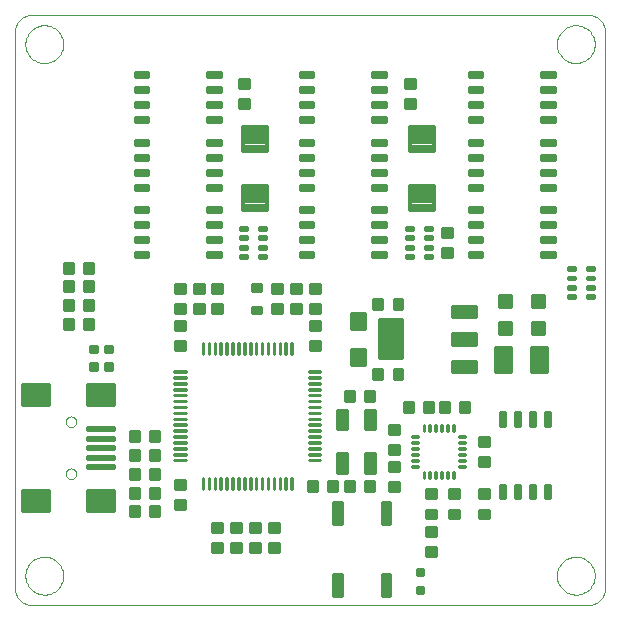
<source format=gtp>
G75*
%MOIN*%
%OFA0B0*%
%FSLAX24Y24*%
%IPPOS*%
%LPD*%
%AMOC8*
5,1,8,0,0,1.08239X$1,22.5*
%
%ADD10C,0.0000*%
%ADD11C,0.0101*%
%ADD12C,0.0098*%
%ADD13C,0.0099*%
%ADD14C,0.0142*%
%ADD15C,0.0100*%
%ADD16C,0.0118*%
%ADD17C,0.0101*%
%ADD18C,0.0130*%
%ADD19C,0.0100*%
%ADD20C,0.0099*%
%ADD21C,0.0100*%
D10*
X000588Y000721D02*
X000588Y019224D01*
X000587Y019224D02*
X000589Y019270D01*
X000594Y019316D01*
X000603Y019362D01*
X000616Y019407D01*
X000632Y019450D01*
X000651Y019492D01*
X000674Y019533D01*
X000700Y019571D01*
X000729Y019608D01*
X000760Y019642D01*
X000794Y019673D01*
X000831Y019702D01*
X000869Y019728D01*
X000910Y019751D01*
X000952Y019770D01*
X000995Y019786D01*
X001040Y019799D01*
X001086Y019808D01*
X001132Y019813D01*
X001178Y019815D01*
X019682Y019815D01*
X019728Y019813D01*
X019774Y019808D01*
X019820Y019799D01*
X019865Y019786D01*
X019908Y019770D01*
X019950Y019751D01*
X019991Y019728D01*
X020029Y019702D01*
X020066Y019673D01*
X020100Y019642D01*
X020131Y019608D01*
X020160Y019571D01*
X020186Y019533D01*
X020209Y019492D01*
X020228Y019450D01*
X020244Y019407D01*
X020257Y019362D01*
X020266Y019316D01*
X020271Y019270D01*
X020273Y019224D01*
X020273Y000721D01*
X020271Y000675D01*
X020266Y000629D01*
X020257Y000583D01*
X020244Y000538D01*
X020228Y000495D01*
X020209Y000453D01*
X020186Y000412D01*
X020160Y000374D01*
X020131Y000337D01*
X020100Y000303D01*
X020066Y000272D01*
X020029Y000243D01*
X019991Y000217D01*
X019950Y000194D01*
X019908Y000175D01*
X019865Y000159D01*
X019820Y000146D01*
X019774Y000137D01*
X019728Y000132D01*
X019682Y000130D01*
X001178Y000130D01*
X001132Y000132D01*
X001086Y000137D01*
X001040Y000146D01*
X000995Y000159D01*
X000952Y000175D01*
X000910Y000194D01*
X000869Y000217D01*
X000831Y000243D01*
X000794Y000272D01*
X000760Y000303D01*
X000729Y000337D01*
X000700Y000374D01*
X000674Y000412D01*
X000651Y000453D01*
X000632Y000495D01*
X000616Y000538D01*
X000603Y000583D01*
X000594Y000629D01*
X000589Y000675D01*
X000587Y000721D01*
X000942Y001114D02*
X000944Y001164D01*
X000950Y001214D01*
X000960Y001263D01*
X000974Y001311D01*
X000991Y001358D01*
X001012Y001403D01*
X001037Y001447D01*
X001065Y001488D01*
X001097Y001527D01*
X001131Y001564D01*
X001168Y001598D01*
X001208Y001628D01*
X001250Y001655D01*
X001294Y001679D01*
X001340Y001700D01*
X001387Y001716D01*
X001435Y001729D01*
X001485Y001738D01*
X001534Y001743D01*
X001585Y001744D01*
X001635Y001741D01*
X001684Y001734D01*
X001733Y001723D01*
X001781Y001708D01*
X001827Y001690D01*
X001872Y001668D01*
X001915Y001642D01*
X001956Y001613D01*
X001995Y001581D01*
X002031Y001546D01*
X002063Y001508D01*
X002093Y001468D01*
X002120Y001425D01*
X002143Y001381D01*
X002162Y001335D01*
X002178Y001287D01*
X002190Y001238D01*
X002198Y001189D01*
X002202Y001139D01*
X002202Y001089D01*
X002198Y001039D01*
X002190Y000990D01*
X002178Y000941D01*
X002162Y000893D01*
X002143Y000847D01*
X002120Y000803D01*
X002093Y000760D01*
X002063Y000720D01*
X002031Y000682D01*
X001995Y000647D01*
X001956Y000615D01*
X001915Y000586D01*
X001872Y000560D01*
X001827Y000538D01*
X001781Y000520D01*
X001733Y000505D01*
X001684Y000494D01*
X001635Y000487D01*
X001585Y000484D01*
X001534Y000485D01*
X001485Y000490D01*
X001435Y000499D01*
X001387Y000512D01*
X001340Y000528D01*
X001294Y000549D01*
X001250Y000573D01*
X001208Y000600D01*
X001168Y000630D01*
X001131Y000664D01*
X001097Y000701D01*
X001065Y000740D01*
X001037Y000781D01*
X001012Y000825D01*
X000991Y000870D01*
X000974Y000917D01*
X000960Y000965D01*
X000950Y001014D01*
X000944Y001064D01*
X000942Y001114D01*
X002286Y004514D02*
X002288Y004540D01*
X002294Y004566D01*
X002304Y004591D01*
X002317Y004614D01*
X002333Y004634D01*
X002353Y004652D01*
X002375Y004667D01*
X002398Y004679D01*
X002424Y004687D01*
X002450Y004691D01*
X002476Y004691D01*
X002502Y004687D01*
X002528Y004679D01*
X002552Y004667D01*
X002573Y004652D01*
X002593Y004634D01*
X002609Y004614D01*
X002622Y004591D01*
X002632Y004566D01*
X002638Y004540D01*
X002640Y004514D01*
X002638Y004488D01*
X002632Y004462D01*
X002622Y004437D01*
X002609Y004414D01*
X002593Y004394D01*
X002573Y004376D01*
X002551Y004361D01*
X002528Y004349D01*
X002502Y004341D01*
X002476Y004337D01*
X002450Y004337D01*
X002424Y004341D01*
X002398Y004349D01*
X002374Y004361D01*
X002353Y004376D01*
X002333Y004394D01*
X002317Y004414D01*
X002304Y004437D01*
X002294Y004462D01*
X002288Y004488D01*
X002286Y004514D01*
X002286Y006246D02*
X002288Y006272D01*
X002294Y006298D01*
X002304Y006323D01*
X002317Y006346D01*
X002333Y006366D01*
X002353Y006384D01*
X002375Y006399D01*
X002398Y006411D01*
X002424Y006419D01*
X002450Y006423D01*
X002476Y006423D01*
X002502Y006419D01*
X002528Y006411D01*
X002552Y006399D01*
X002573Y006384D01*
X002593Y006366D01*
X002609Y006346D01*
X002622Y006323D01*
X002632Y006298D01*
X002638Y006272D01*
X002640Y006246D01*
X002638Y006220D01*
X002632Y006194D01*
X002622Y006169D01*
X002609Y006146D01*
X002593Y006126D01*
X002573Y006108D01*
X002551Y006093D01*
X002528Y006081D01*
X002502Y006073D01*
X002476Y006069D01*
X002450Y006069D01*
X002424Y006073D01*
X002398Y006081D01*
X002374Y006093D01*
X002353Y006108D01*
X002333Y006126D01*
X002317Y006146D01*
X002304Y006169D01*
X002294Y006194D01*
X002288Y006220D01*
X002286Y006246D01*
X000942Y018831D02*
X000944Y018881D01*
X000950Y018931D01*
X000960Y018980D01*
X000974Y019028D01*
X000991Y019075D01*
X001012Y019120D01*
X001037Y019164D01*
X001065Y019205D01*
X001097Y019244D01*
X001131Y019281D01*
X001168Y019315D01*
X001208Y019345D01*
X001250Y019372D01*
X001294Y019396D01*
X001340Y019417D01*
X001387Y019433D01*
X001435Y019446D01*
X001485Y019455D01*
X001534Y019460D01*
X001585Y019461D01*
X001635Y019458D01*
X001684Y019451D01*
X001733Y019440D01*
X001781Y019425D01*
X001827Y019407D01*
X001872Y019385D01*
X001915Y019359D01*
X001956Y019330D01*
X001995Y019298D01*
X002031Y019263D01*
X002063Y019225D01*
X002093Y019185D01*
X002120Y019142D01*
X002143Y019098D01*
X002162Y019052D01*
X002178Y019004D01*
X002190Y018955D01*
X002198Y018906D01*
X002202Y018856D01*
X002202Y018806D01*
X002198Y018756D01*
X002190Y018707D01*
X002178Y018658D01*
X002162Y018610D01*
X002143Y018564D01*
X002120Y018520D01*
X002093Y018477D01*
X002063Y018437D01*
X002031Y018399D01*
X001995Y018364D01*
X001956Y018332D01*
X001915Y018303D01*
X001872Y018277D01*
X001827Y018255D01*
X001781Y018237D01*
X001733Y018222D01*
X001684Y018211D01*
X001635Y018204D01*
X001585Y018201D01*
X001534Y018202D01*
X001485Y018207D01*
X001435Y018216D01*
X001387Y018229D01*
X001340Y018245D01*
X001294Y018266D01*
X001250Y018290D01*
X001208Y018317D01*
X001168Y018347D01*
X001131Y018381D01*
X001097Y018418D01*
X001065Y018457D01*
X001037Y018498D01*
X001012Y018542D01*
X000991Y018587D01*
X000974Y018634D01*
X000960Y018682D01*
X000950Y018731D01*
X000944Y018781D01*
X000942Y018831D01*
X018659Y018831D02*
X018661Y018881D01*
X018667Y018931D01*
X018677Y018980D01*
X018691Y019028D01*
X018708Y019075D01*
X018729Y019120D01*
X018754Y019164D01*
X018782Y019205D01*
X018814Y019244D01*
X018848Y019281D01*
X018885Y019315D01*
X018925Y019345D01*
X018967Y019372D01*
X019011Y019396D01*
X019057Y019417D01*
X019104Y019433D01*
X019152Y019446D01*
X019202Y019455D01*
X019251Y019460D01*
X019302Y019461D01*
X019352Y019458D01*
X019401Y019451D01*
X019450Y019440D01*
X019498Y019425D01*
X019544Y019407D01*
X019589Y019385D01*
X019632Y019359D01*
X019673Y019330D01*
X019712Y019298D01*
X019748Y019263D01*
X019780Y019225D01*
X019810Y019185D01*
X019837Y019142D01*
X019860Y019098D01*
X019879Y019052D01*
X019895Y019004D01*
X019907Y018955D01*
X019915Y018906D01*
X019919Y018856D01*
X019919Y018806D01*
X019915Y018756D01*
X019907Y018707D01*
X019895Y018658D01*
X019879Y018610D01*
X019860Y018564D01*
X019837Y018520D01*
X019810Y018477D01*
X019780Y018437D01*
X019748Y018399D01*
X019712Y018364D01*
X019673Y018332D01*
X019632Y018303D01*
X019589Y018277D01*
X019544Y018255D01*
X019498Y018237D01*
X019450Y018222D01*
X019401Y018211D01*
X019352Y018204D01*
X019302Y018201D01*
X019251Y018202D01*
X019202Y018207D01*
X019152Y018216D01*
X019104Y018229D01*
X019057Y018245D01*
X019011Y018266D01*
X018967Y018290D01*
X018925Y018317D01*
X018885Y018347D01*
X018848Y018381D01*
X018814Y018418D01*
X018782Y018457D01*
X018754Y018498D01*
X018729Y018542D01*
X018708Y018587D01*
X018691Y018634D01*
X018677Y018682D01*
X018667Y018731D01*
X018661Y018781D01*
X018659Y018831D01*
X018659Y001114D02*
X018661Y001164D01*
X018667Y001214D01*
X018677Y001263D01*
X018691Y001311D01*
X018708Y001358D01*
X018729Y001403D01*
X018754Y001447D01*
X018782Y001488D01*
X018814Y001527D01*
X018848Y001564D01*
X018885Y001598D01*
X018925Y001628D01*
X018967Y001655D01*
X019011Y001679D01*
X019057Y001700D01*
X019104Y001716D01*
X019152Y001729D01*
X019202Y001738D01*
X019251Y001743D01*
X019302Y001744D01*
X019352Y001741D01*
X019401Y001734D01*
X019450Y001723D01*
X019498Y001708D01*
X019544Y001690D01*
X019589Y001668D01*
X019632Y001642D01*
X019673Y001613D01*
X019712Y001581D01*
X019748Y001546D01*
X019780Y001508D01*
X019810Y001468D01*
X019837Y001425D01*
X019860Y001381D01*
X019879Y001335D01*
X019895Y001287D01*
X019907Y001238D01*
X019915Y001189D01*
X019919Y001139D01*
X019919Y001089D01*
X019915Y001039D01*
X019907Y000990D01*
X019895Y000941D01*
X019879Y000893D01*
X019860Y000847D01*
X019837Y000803D01*
X019810Y000760D01*
X019780Y000720D01*
X019748Y000682D01*
X019712Y000647D01*
X019673Y000615D01*
X019632Y000586D01*
X019589Y000560D01*
X019544Y000538D01*
X019498Y000520D01*
X019450Y000505D01*
X019401Y000494D01*
X019352Y000487D01*
X019302Y000484D01*
X019251Y000485D01*
X019202Y000490D01*
X019152Y000499D01*
X019104Y000512D01*
X019057Y000528D01*
X019011Y000549D01*
X018967Y000573D01*
X018925Y000600D01*
X018885Y000630D01*
X018848Y000664D01*
X018814Y000701D01*
X018782Y000740D01*
X018754Y000781D01*
X018729Y000825D01*
X018708Y000870D01*
X018691Y000917D01*
X018677Y000965D01*
X018667Y001014D01*
X018661Y001064D01*
X018659Y001114D01*
D11*
X014195Y001345D02*
X013981Y001345D01*
X014195Y001345D02*
X014195Y001131D01*
X013981Y001131D01*
X013981Y001345D01*
X013981Y001231D02*
X014195Y001231D01*
X014195Y001331D02*
X013981Y001331D01*
X013981Y000754D02*
X014195Y000754D01*
X014195Y000540D01*
X013981Y000540D01*
X013981Y000754D01*
X013981Y000640D02*
X014195Y000640D01*
X014195Y000740D02*
X013981Y000740D01*
X016607Y007896D02*
X017137Y007896D01*
X016607Y007896D02*
X016607Y008740D01*
X017137Y008740D01*
X017137Y007896D01*
X017137Y007996D02*
X016607Y007996D01*
X016607Y008096D02*
X017137Y008096D01*
X017137Y008196D02*
X016607Y008196D01*
X016607Y008296D02*
X017137Y008296D01*
X017137Y008396D02*
X016607Y008396D01*
X016607Y008496D02*
X017137Y008496D01*
X017137Y008596D02*
X016607Y008596D01*
X016607Y008696D02*
X017137Y008696D01*
X017788Y008740D02*
X018318Y008740D01*
X018318Y007896D01*
X017788Y007896D01*
X017788Y008740D01*
X017788Y007996D02*
X018318Y007996D01*
X018318Y008096D02*
X017788Y008096D01*
X017788Y008196D02*
X018318Y008196D01*
X018318Y008296D02*
X017788Y008296D01*
X017788Y008396D02*
X018318Y008396D01*
X018318Y008496D02*
X017788Y008496D01*
X017788Y008596D02*
X018318Y008596D01*
X018318Y008696D02*
X017788Y008696D01*
X008503Y009868D02*
X008503Y010082D01*
X008797Y010082D01*
X008797Y009868D01*
X008503Y009868D01*
X008503Y009968D02*
X008797Y009968D01*
X008797Y010068D02*
X008503Y010068D01*
X008503Y010616D02*
X008503Y010830D01*
X008797Y010830D01*
X008797Y010616D01*
X008503Y010616D01*
X008503Y010716D02*
X008797Y010716D01*
X008797Y010816D02*
X008503Y010816D01*
X003820Y008782D02*
X003606Y008782D01*
X003820Y008782D02*
X003820Y008568D01*
X003606Y008568D01*
X003606Y008782D01*
X003606Y008668D02*
X003820Y008668D01*
X003820Y008768D02*
X003606Y008768D01*
X003320Y008782D02*
X003106Y008782D01*
X003320Y008782D02*
X003320Y008568D01*
X003106Y008568D01*
X003106Y008782D01*
X003106Y008668D02*
X003320Y008668D01*
X003320Y008768D02*
X003106Y008768D01*
X003106Y008192D02*
X003320Y008192D01*
X003320Y007978D01*
X003106Y007978D01*
X003106Y008192D01*
X003106Y008078D02*
X003320Y008078D01*
X003320Y008178D02*
X003106Y008178D01*
X003606Y008192D02*
X003820Y008192D01*
X003820Y007978D01*
X003606Y007978D01*
X003606Y008192D01*
X003606Y008078D02*
X003820Y008078D01*
X003820Y008178D02*
X003606Y008178D01*
D12*
X003195Y009672D02*
X002899Y009672D01*
X003195Y009672D02*
X003195Y009338D01*
X002899Y009338D01*
X002899Y009672D01*
X002899Y009435D02*
X003195Y009435D01*
X003195Y009532D02*
X002899Y009532D01*
X002899Y009629D02*
X003195Y009629D01*
X003195Y010297D02*
X002899Y010297D01*
X003195Y010297D02*
X003195Y009963D01*
X002899Y009963D01*
X002899Y010297D01*
X002899Y010060D02*
X003195Y010060D01*
X003195Y010157D02*
X002899Y010157D01*
X002899Y010254D02*
X003195Y010254D01*
X003195Y010588D02*
X002899Y010588D01*
X002899Y010922D01*
X003195Y010922D01*
X003195Y010588D01*
X003195Y010685D02*
X002899Y010685D01*
X002899Y010782D02*
X003195Y010782D01*
X003195Y010879D02*
X002899Y010879D01*
X002899Y011213D02*
X003195Y011213D01*
X002899Y011213D02*
X002899Y011547D01*
X003195Y011547D01*
X003195Y011213D01*
X003195Y011310D02*
X002899Y011310D01*
X002899Y011407D02*
X003195Y011407D01*
X003195Y011504D02*
X002899Y011504D01*
X002526Y011213D02*
X002230Y011213D01*
X002230Y011547D01*
X002526Y011547D01*
X002526Y011213D01*
X002526Y011310D02*
X002230Y011310D01*
X002230Y011407D02*
X002526Y011407D01*
X002526Y011504D02*
X002230Y011504D01*
X002230Y010588D02*
X002526Y010588D01*
X002230Y010588D02*
X002230Y010922D01*
X002526Y010922D01*
X002526Y010588D01*
X002526Y010685D02*
X002230Y010685D01*
X002230Y010782D02*
X002526Y010782D01*
X002526Y010879D02*
X002230Y010879D01*
X002230Y010297D02*
X002526Y010297D01*
X002526Y009963D01*
X002230Y009963D01*
X002230Y010297D01*
X002230Y010060D02*
X002526Y010060D01*
X002526Y010157D02*
X002230Y010157D01*
X002230Y010254D02*
X002526Y010254D01*
X002526Y009672D02*
X002230Y009672D01*
X002526Y009672D02*
X002526Y009338D01*
X002230Y009338D01*
X002230Y009672D01*
X002230Y009435D02*
X002526Y009435D01*
X002526Y009532D02*
X002230Y009532D01*
X002230Y009629D02*
X002526Y009629D01*
X005921Y009613D02*
X006255Y009613D01*
X006255Y009317D01*
X005921Y009317D01*
X005921Y009613D01*
X005921Y009414D02*
X006255Y009414D01*
X006255Y009511D02*
X005921Y009511D01*
X005921Y009608D02*
X006255Y009608D01*
X006255Y009866D02*
X005921Y009866D01*
X005921Y010162D01*
X006255Y010162D01*
X006255Y009866D01*
X006255Y009963D02*
X005921Y009963D01*
X005921Y010060D02*
X006255Y010060D01*
X006255Y010157D02*
X005921Y010157D01*
X005921Y010535D02*
X006255Y010535D01*
X005921Y010535D02*
X005921Y010831D01*
X006255Y010831D01*
X006255Y010535D01*
X006255Y010632D02*
X005921Y010632D01*
X005921Y010729D02*
X006255Y010729D01*
X006255Y010826D02*
X005921Y010826D01*
X006546Y010831D02*
X006546Y010535D01*
X006546Y010831D02*
X006880Y010831D01*
X006880Y010535D01*
X006546Y010535D01*
X006546Y010632D02*
X006880Y010632D01*
X006880Y010729D02*
X006546Y010729D01*
X006546Y010826D02*
X006880Y010826D01*
X007171Y010831D02*
X007171Y010535D01*
X007171Y010831D02*
X007505Y010831D01*
X007505Y010535D01*
X007171Y010535D01*
X007171Y010632D02*
X007505Y010632D01*
X007505Y010729D02*
X007171Y010729D01*
X007171Y010826D02*
X007505Y010826D01*
X007171Y010162D02*
X007171Y009866D01*
X007171Y010162D02*
X007505Y010162D01*
X007505Y009866D01*
X007171Y009866D01*
X007171Y009963D02*
X007505Y009963D01*
X007505Y010060D02*
X007171Y010060D01*
X007171Y010157D02*
X007505Y010157D01*
X006546Y010162D02*
X006546Y009866D01*
X006546Y010162D02*
X006880Y010162D01*
X006880Y009866D01*
X006546Y009866D01*
X006546Y009963D02*
X006880Y009963D01*
X006880Y010060D02*
X006546Y010060D01*
X006546Y010157D02*
X006880Y010157D01*
X006255Y008943D02*
X005921Y008943D01*
X006255Y008943D02*
X006255Y008647D01*
X005921Y008647D01*
X005921Y008943D01*
X005921Y008744D02*
X006255Y008744D01*
X006255Y008841D02*
X005921Y008841D01*
X005921Y008938D02*
X006255Y008938D01*
X009171Y009866D02*
X009171Y010162D01*
X009505Y010162D01*
X009505Y009866D01*
X009171Y009866D01*
X009171Y009963D02*
X009505Y009963D01*
X009505Y010060D02*
X009171Y010060D01*
X009171Y010157D02*
X009505Y010157D01*
X009796Y010162D02*
X009796Y009866D01*
X009796Y010162D02*
X010130Y010162D01*
X010130Y009866D01*
X009796Y009866D01*
X009796Y009963D02*
X010130Y009963D01*
X010130Y010060D02*
X009796Y010060D01*
X009796Y010157D02*
X010130Y010157D01*
X010421Y009866D02*
X010755Y009866D01*
X010421Y009866D02*
X010421Y010162D01*
X010755Y010162D01*
X010755Y009866D01*
X010755Y009963D02*
X010421Y009963D01*
X010421Y010060D02*
X010755Y010060D01*
X010755Y010157D02*
X010421Y010157D01*
X010421Y010535D02*
X010755Y010535D01*
X010421Y010535D02*
X010421Y010831D01*
X010755Y010831D01*
X010755Y010535D01*
X010755Y010632D02*
X010421Y010632D01*
X010421Y010729D02*
X010755Y010729D01*
X010755Y010826D02*
X010421Y010826D01*
X009796Y010831D02*
X009796Y010535D01*
X009796Y010831D02*
X010130Y010831D01*
X010130Y010535D01*
X009796Y010535D01*
X009796Y010632D02*
X010130Y010632D01*
X010130Y010729D02*
X009796Y010729D01*
X009796Y010826D02*
X010130Y010826D01*
X009171Y010831D02*
X009171Y010535D01*
X009171Y010831D02*
X009505Y010831D01*
X009505Y010535D01*
X009171Y010535D01*
X009171Y010632D02*
X009505Y010632D01*
X009505Y010729D02*
X009171Y010729D01*
X009171Y010826D02*
X009505Y010826D01*
X010421Y009613D02*
X010755Y009613D01*
X010755Y009317D01*
X010421Y009317D01*
X010421Y009613D01*
X010421Y009414D02*
X010755Y009414D01*
X010755Y009511D02*
X010421Y009511D01*
X010421Y009608D02*
X010755Y009608D01*
X010755Y008943D02*
X010421Y008943D01*
X010755Y008943D02*
X010755Y008647D01*
X010421Y008647D01*
X010421Y008943D01*
X010421Y008744D02*
X010755Y008744D01*
X010755Y008841D02*
X010421Y008841D01*
X010421Y008938D02*
X010755Y008938D01*
X011605Y007266D02*
X011605Y006932D01*
X011605Y007266D02*
X011901Y007266D01*
X011901Y006932D01*
X011605Y006932D01*
X011605Y007029D02*
X011901Y007029D01*
X011901Y007126D02*
X011605Y007126D01*
X011605Y007223D02*
X011901Y007223D01*
X012274Y007266D02*
X012274Y006932D01*
X012274Y007266D02*
X012570Y007266D01*
X012570Y006932D01*
X012274Y006932D01*
X012274Y007029D02*
X012570Y007029D01*
X012570Y007126D02*
X012274Y007126D01*
X012274Y007223D02*
X012570Y007223D01*
X012839Y007682D02*
X012839Y008016D01*
X012839Y007682D02*
X012543Y007682D01*
X012543Y008016D01*
X012839Y008016D01*
X012839Y007779D02*
X012543Y007779D01*
X012543Y007876D02*
X012839Y007876D01*
X012839Y007973D02*
X012543Y007973D01*
X013508Y008016D02*
X013508Y007682D01*
X013212Y007682D01*
X013212Y008016D01*
X013508Y008016D01*
X013508Y007779D02*
X013212Y007779D01*
X013212Y007876D02*
X013508Y007876D01*
X013508Y007973D02*
X013212Y007973D01*
X013574Y006891D02*
X013574Y006557D01*
X013574Y006891D02*
X013870Y006891D01*
X013870Y006557D01*
X013574Y006557D01*
X013574Y006654D02*
X013870Y006654D01*
X013870Y006751D02*
X013574Y006751D01*
X013574Y006848D02*
X013870Y006848D01*
X014243Y006891D02*
X014243Y006557D01*
X014243Y006891D02*
X014539Y006891D01*
X014539Y006557D01*
X014243Y006557D01*
X014243Y006654D02*
X014539Y006654D01*
X014539Y006751D02*
X014243Y006751D01*
X014243Y006848D02*
X014539Y006848D01*
X014761Y006557D02*
X015057Y006557D01*
X014761Y006557D02*
X014761Y006891D01*
X015057Y006891D01*
X015057Y006557D01*
X015057Y006654D02*
X014761Y006654D01*
X014761Y006751D02*
X015057Y006751D01*
X015057Y006848D02*
X014761Y006848D01*
X015431Y006557D02*
X015727Y006557D01*
X015431Y006557D02*
X015431Y006891D01*
X015727Y006891D01*
X015727Y006557D01*
X015727Y006654D02*
X015431Y006654D01*
X015431Y006751D02*
X015727Y006751D01*
X015727Y006848D02*
X015431Y006848D01*
X016046Y005442D02*
X016380Y005442D01*
X016046Y005442D02*
X016046Y005738D01*
X016380Y005738D01*
X016380Y005442D01*
X016380Y005539D02*
X016046Y005539D01*
X016046Y005636D02*
X016380Y005636D01*
X016380Y005733D02*
X016046Y005733D01*
X016046Y004772D02*
X016380Y004772D01*
X016046Y004772D02*
X016046Y005068D01*
X016380Y005068D01*
X016380Y004772D01*
X016380Y004869D02*
X016046Y004869D01*
X016046Y004966D02*
X016380Y004966D01*
X016380Y005063D02*
X016046Y005063D01*
X016046Y003988D02*
X016046Y003692D01*
X016046Y003988D02*
X016380Y003988D01*
X016380Y003692D01*
X016046Y003692D01*
X016046Y003789D02*
X016380Y003789D01*
X016380Y003886D02*
X016046Y003886D01*
X016046Y003983D02*
X016380Y003983D01*
X016046Y003318D02*
X016046Y003022D01*
X016046Y003318D02*
X016380Y003318D01*
X016380Y003022D01*
X016046Y003022D01*
X016046Y003119D02*
X016380Y003119D01*
X016380Y003216D02*
X016046Y003216D01*
X016046Y003313D02*
X016380Y003313D01*
X015046Y003318D02*
X015046Y003022D01*
X015046Y003318D02*
X015380Y003318D01*
X015380Y003022D01*
X015046Y003022D01*
X015046Y003119D02*
X015380Y003119D01*
X015380Y003216D02*
X015046Y003216D01*
X015046Y003313D02*
X015380Y003313D01*
X015046Y003692D02*
X015046Y003988D01*
X015380Y003988D01*
X015380Y003692D01*
X015046Y003692D01*
X015046Y003789D02*
X015380Y003789D01*
X015380Y003886D02*
X015046Y003886D01*
X015046Y003983D02*
X015380Y003983D01*
X014296Y003988D02*
X014296Y003692D01*
X014296Y003988D02*
X014630Y003988D01*
X014630Y003692D01*
X014296Y003692D01*
X014296Y003789D02*
X014630Y003789D01*
X014630Y003886D02*
X014296Y003886D01*
X014296Y003983D02*
X014630Y003983D01*
X014296Y003318D02*
X014296Y003022D01*
X014296Y003318D02*
X014630Y003318D01*
X014630Y003022D01*
X014296Y003022D01*
X014296Y003119D02*
X014630Y003119D01*
X014630Y003216D02*
X014296Y003216D01*
X014296Y003313D02*
X014630Y003313D01*
X014296Y002738D02*
X014296Y002442D01*
X014296Y002738D02*
X014630Y002738D01*
X014630Y002442D01*
X014296Y002442D01*
X014296Y002539D02*
X014630Y002539D01*
X014630Y002636D02*
X014296Y002636D01*
X014296Y002733D02*
X014630Y002733D01*
X014296Y002068D02*
X014296Y001772D01*
X014296Y002068D02*
X014630Y002068D01*
X014630Y001772D01*
X014296Y001772D01*
X014296Y001869D02*
X014630Y001869D01*
X014630Y001966D02*
X014296Y001966D01*
X014296Y002063D02*
X014630Y002063D01*
X013380Y004225D02*
X013046Y004225D01*
X013380Y004225D02*
X013380Y003929D01*
X013046Y003929D01*
X013046Y004225D01*
X013046Y004026D02*
X013380Y004026D01*
X013380Y004123D02*
X013046Y004123D01*
X013046Y004220D02*
X013380Y004220D01*
X013380Y004894D02*
X013046Y004894D01*
X013380Y004894D02*
X013380Y004598D01*
X013046Y004598D01*
X013046Y004894D01*
X013046Y004695D02*
X013380Y004695D01*
X013380Y004792D02*
X013046Y004792D01*
X013046Y004889D02*
X013380Y004889D01*
X013380Y005179D02*
X013046Y005179D01*
X013046Y005475D01*
X013380Y005475D01*
X013380Y005179D01*
X013380Y005276D02*
X013046Y005276D01*
X013046Y005373D02*
X013380Y005373D01*
X013380Y005470D02*
X013046Y005470D01*
X013046Y005848D02*
X013380Y005848D01*
X013046Y005848D02*
X013046Y006144D01*
X013380Y006144D01*
X013380Y005848D01*
X013380Y005945D02*
X013046Y005945D01*
X013046Y006042D02*
X013380Y006042D01*
X013380Y006139D02*
X013046Y006139D01*
X012570Y004266D02*
X012570Y003932D01*
X012274Y003932D01*
X012274Y004266D01*
X012570Y004266D01*
X012570Y004029D02*
X012274Y004029D01*
X012274Y004126D02*
X012570Y004126D01*
X012570Y004223D02*
X012274Y004223D01*
X011901Y004266D02*
X011901Y003932D01*
X011605Y003932D01*
X011605Y004266D01*
X011901Y004266D01*
X011901Y004029D02*
X011605Y004029D01*
X011605Y004126D02*
X011901Y004126D01*
X011901Y004223D02*
X011605Y004223D01*
X011320Y004266D02*
X011320Y003932D01*
X011024Y003932D01*
X011024Y004266D01*
X011320Y004266D01*
X011320Y004029D02*
X011024Y004029D01*
X011024Y004126D02*
X011320Y004126D01*
X011320Y004223D02*
X011024Y004223D01*
X010651Y004266D02*
X010651Y003932D01*
X010355Y003932D01*
X010355Y004266D01*
X010651Y004266D01*
X010651Y004029D02*
X010355Y004029D01*
X010355Y004126D02*
X010651Y004126D01*
X010651Y004223D02*
X010355Y004223D01*
X009380Y002863D02*
X009046Y002863D01*
X009380Y002863D02*
X009380Y002567D01*
X009046Y002567D01*
X009046Y002863D01*
X009046Y002664D02*
X009380Y002664D01*
X009380Y002761D02*
X009046Y002761D01*
X009046Y002858D02*
X009380Y002858D01*
X008421Y002863D02*
X008421Y002567D01*
X008421Y002863D02*
X008755Y002863D01*
X008755Y002567D01*
X008421Y002567D01*
X008421Y002664D02*
X008755Y002664D01*
X008755Y002761D02*
X008421Y002761D01*
X008421Y002858D02*
X008755Y002858D01*
X007796Y002863D02*
X007796Y002567D01*
X007796Y002863D02*
X008130Y002863D01*
X008130Y002567D01*
X007796Y002567D01*
X007796Y002664D02*
X008130Y002664D01*
X008130Y002761D02*
X007796Y002761D01*
X007796Y002858D02*
X008130Y002858D01*
X007171Y002863D02*
X007171Y002567D01*
X007171Y002863D02*
X007505Y002863D01*
X007505Y002567D01*
X007171Y002567D01*
X007171Y002664D02*
X007505Y002664D01*
X007505Y002761D02*
X007171Y002761D01*
X007171Y002858D02*
X007505Y002858D01*
X007171Y002193D02*
X007171Y001897D01*
X007171Y002193D02*
X007505Y002193D01*
X007505Y001897D01*
X007171Y001897D01*
X007171Y001994D02*
X007505Y001994D01*
X007505Y002091D02*
X007171Y002091D01*
X007171Y002188D02*
X007505Y002188D01*
X007796Y002193D02*
X007796Y001897D01*
X007796Y002193D02*
X008130Y002193D01*
X008130Y001897D01*
X007796Y001897D01*
X007796Y001994D02*
X008130Y001994D01*
X008130Y002091D02*
X007796Y002091D01*
X007796Y002188D02*
X008130Y002188D01*
X008421Y002193D02*
X008421Y001897D01*
X008421Y002193D02*
X008755Y002193D01*
X008755Y001897D01*
X008421Y001897D01*
X008421Y001994D02*
X008755Y001994D01*
X008755Y002091D02*
X008421Y002091D01*
X008421Y002188D02*
X008755Y002188D01*
X009046Y002193D02*
X009380Y002193D01*
X009380Y001897D01*
X009046Y001897D01*
X009046Y002193D01*
X009046Y001994D02*
X009380Y001994D01*
X009380Y002091D02*
X009046Y002091D01*
X009046Y002188D02*
X009380Y002188D01*
X006255Y003335D02*
X005921Y003335D01*
X005921Y003631D01*
X006255Y003631D01*
X006255Y003335D01*
X006255Y003432D02*
X005921Y003432D01*
X005921Y003529D02*
X006255Y003529D01*
X006255Y003626D02*
X005921Y003626D01*
X005921Y004004D02*
X006255Y004004D01*
X005921Y004004D02*
X005921Y004300D01*
X006255Y004300D01*
X006255Y004004D01*
X006255Y004101D02*
X005921Y004101D01*
X005921Y004198D02*
X006255Y004198D01*
X006255Y004295D02*
X005921Y004295D01*
X005383Y004338D02*
X005087Y004338D01*
X005087Y004672D01*
X005383Y004672D01*
X005383Y004338D01*
X005383Y004435D02*
X005087Y004435D01*
X005087Y004532D02*
X005383Y004532D01*
X005383Y004629D02*
X005087Y004629D01*
X005087Y004963D02*
X005383Y004963D01*
X005087Y004963D02*
X005087Y005297D01*
X005383Y005297D01*
X005383Y004963D01*
X005383Y005060D02*
X005087Y005060D01*
X005087Y005157D02*
X005383Y005157D01*
X005383Y005254D02*
X005087Y005254D01*
X005087Y005588D02*
X005383Y005588D01*
X005087Y005588D02*
X005087Y005922D01*
X005383Y005922D01*
X005383Y005588D01*
X005383Y005685D02*
X005087Y005685D01*
X005087Y005782D02*
X005383Y005782D01*
X005383Y005879D02*
X005087Y005879D01*
X004714Y005588D02*
X004418Y005588D01*
X004418Y005922D01*
X004714Y005922D01*
X004714Y005588D01*
X004714Y005685D02*
X004418Y005685D01*
X004418Y005782D02*
X004714Y005782D01*
X004714Y005879D02*
X004418Y005879D01*
X004418Y004963D02*
X004714Y004963D01*
X004418Y004963D02*
X004418Y005297D01*
X004714Y005297D01*
X004714Y004963D01*
X004714Y005060D02*
X004418Y005060D01*
X004418Y005157D02*
X004714Y005157D01*
X004714Y005254D02*
X004418Y005254D01*
X004418Y004338D02*
X004714Y004338D01*
X004418Y004338D02*
X004418Y004672D01*
X004714Y004672D01*
X004714Y004338D01*
X004714Y004435D02*
X004418Y004435D01*
X004418Y004532D02*
X004714Y004532D01*
X004714Y004629D02*
X004418Y004629D01*
X004418Y004047D02*
X004714Y004047D01*
X004714Y003713D01*
X004418Y003713D01*
X004418Y004047D01*
X004418Y003810D02*
X004714Y003810D01*
X004714Y003907D02*
X004418Y003907D01*
X004418Y004004D02*
X004714Y004004D01*
X005087Y004047D02*
X005383Y004047D01*
X005383Y003713D01*
X005087Y003713D01*
X005087Y004047D01*
X005087Y003810D02*
X005383Y003810D01*
X005383Y003907D02*
X005087Y003907D01*
X005087Y004004D02*
X005383Y004004D01*
X005383Y003088D02*
X005087Y003088D01*
X005087Y003422D01*
X005383Y003422D01*
X005383Y003088D01*
X005383Y003185D02*
X005087Y003185D01*
X005087Y003282D02*
X005383Y003282D01*
X005383Y003379D02*
X005087Y003379D01*
X004714Y003088D02*
X004418Y003088D01*
X004418Y003422D01*
X004714Y003422D01*
X004714Y003088D01*
X004714Y003185D02*
X004418Y003185D01*
X004418Y003282D02*
X004714Y003282D01*
X004714Y003379D02*
X004418Y003379D01*
X012543Y009994D02*
X012543Y010328D01*
X012839Y010328D01*
X012839Y009994D01*
X012543Y009994D01*
X012543Y010091D02*
X012839Y010091D01*
X012839Y010188D02*
X012543Y010188D01*
X012543Y010285D02*
X012839Y010285D01*
X013212Y010328D02*
X013212Y009994D01*
X013212Y010328D02*
X013508Y010328D01*
X013508Y009994D01*
X013212Y009994D01*
X013212Y010091D02*
X013508Y010091D01*
X013508Y010188D02*
X013212Y010188D01*
X013212Y010285D02*
X013508Y010285D01*
X014827Y012037D02*
X015161Y012037D01*
X015161Y011741D01*
X014827Y011741D01*
X014827Y012037D01*
X014827Y011838D02*
X015161Y011838D01*
X015161Y011935D02*
X014827Y011935D01*
X014827Y012032D02*
X015161Y012032D01*
X015161Y012706D02*
X014827Y012706D01*
X015161Y012706D02*
X015161Y012410D01*
X014827Y012410D01*
X014827Y012706D01*
X014827Y012507D02*
X015161Y012507D01*
X015161Y012604D02*
X014827Y012604D01*
X014827Y012701D02*
X015161Y012701D01*
X013942Y017006D02*
X013608Y017006D01*
X013942Y017006D02*
X013942Y016710D01*
X013608Y016710D01*
X013608Y017006D01*
X013608Y016807D02*
X013942Y016807D01*
X013942Y016904D02*
X013608Y016904D01*
X013608Y017001D02*
X013942Y017001D01*
X013942Y017675D02*
X013608Y017675D01*
X013942Y017675D02*
X013942Y017379D01*
X013608Y017379D01*
X013608Y017675D01*
X013608Y017476D02*
X013942Y017476D01*
X013942Y017573D02*
X013608Y017573D01*
X013608Y017670D02*
X013942Y017670D01*
X008380Y017675D02*
X008046Y017675D01*
X008380Y017675D02*
X008380Y017379D01*
X008046Y017379D01*
X008046Y017675D01*
X008046Y017476D02*
X008380Y017476D01*
X008380Y017573D02*
X008046Y017573D01*
X008046Y017670D02*
X008380Y017670D01*
X008380Y017006D02*
X008046Y017006D01*
X008380Y017006D02*
X008380Y016710D01*
X008046Y016710D01*
X008046Y017006D01*
X008046Y016807D02*
X008380Y016807D01*
X008380Y016904D02*
X008046Y016904D01*
X008046Y017001D02*
X008380Y017001D01*
D13*
X007461Y016899D02*
X007461Y016737D01*
X007009Y016737D01*
X007009Y016899D01*
X007461Y016899D01*
X007461Y016835D02*
X007009Y016835D01*
X007461Y017237D02*
X007461Y017399D01*
X007461Y017237D02*
X007009Y017237D01*
X007009Y017399D01*
X007461Y017399D01*
X007461Y017335D02*
X007009Y017335D01*
X007461Y017737D02*
X007461Y017899D01*
X007461Y017737D02*
X007009Y017737D01*
X007009Y017899D01*
X007461Y017899D01*
X007461Y017835D02*
X007009Y017835D01*
X007461Y016399D02*
X007461Y016237D01*
X007009Y016237D01*
X007009Y016399D01*
X007461Y016399D01*
X007461Y016335D02*
X007009Y016335D01*
X007461Y015649D02*
X007461Y015487D01*
X007009Y015487D01*
X007009Y015649D01*
X007461Y015649D01*
X007461Y015585D02*
X007009Y015585D01*
X007461Y015149D02*
X007461Y014987D01*
X007009Y014987D01*
X007009Y015149D01*
X007461Y015149D01*
X007461Y015085D02*
X007009Y015085D01*
X007461Y014649D02*
X007461Y014487D01*
X007009Y014487D01*
X007009Y014649D01*
X007461Y014649D01*
X007461Y014585D02*
X007009Y014585D01*
X007461Y014149D02*
X007461Y013987D01*
X007009Y013987D01*
X007009Y014149D01*
X007461Y014149D01*
X007461Y014085D02*
X007009Y014085D01*
X007461Y013399D02*
X007461Y013237D01*
X007009Y013237D01*
X007009Y013399D01*
X007461Y013399D01*
X007461Y013335D02*
X007009Y013335D01*
X007461Y012899D02*
X007461Y012737D01*
X007009Y012737D01*
X007009Y012899D01*
X007461Y012899D01*
X007461Y012835D02*
X007009Y012835D01*
X007461Y012399D02*
X007461Y012237D01*
X007009Y012237D01*
X007009Y012399D01*
X007461Y012399D01*
X007461Y012335D02*
X007009Y012335D01*
X007461Y011899D02*
X007461Y011737D01*
X007009Y011737D01*
X007009Y011899D01*
X007461Y011899D01*
X007461Y011835D02*
X007009Y011835D01*
X005041Y011899D02*
X005041Y011737D01*
X004589Y011737D01*
X004589Y011899D01*
X005041Y011899D01*
X005041Y011835D02*
X004589Y011835D01*
X005041Y012237D02*
X005041Y012399D01*
X005041Y012237D02*
X004589Y012237D01*
X004589Y012399D01*
X005041Y012399D01*
X005041Y012335D02*
X004589Y012335D01*
X005041Y012737D02*
X005041Y012899D01*
X005041Y012737D02*
X004589Y012737D01*
X004589Y012899D01*
X005041Y012899D01*
X005041Y012835D02*
X004589Y012835D01*
X005041Y013237D02*
X005041Y013399D01*
X005041Y013237D02*
X004589Y013237D01*
X004589Y013399D01*
X005041Y013399D01*
X005041Y013335D02*
X004589Y013335D01*
X005041Y013987D02*
X005041Y014149D01*
X005041Y013987D02*
X004589Y013987D01*
X004589Y014149D01*
X005041Y014149D01*
X005041Y014085D02*
X004589Y014085D01*
X005041Y014487D02*
X005041Y014649D01*
X005041Y014487D02*
X004589Y014487D01*
X004589Y014649D01*
X005041Y014649D01*
X005041Y014585D02*
X004589Y014585D01*
X005041Y014987D02*
X005041Y015149D01*
X005041Y014987D02*
X004589Y014987D01*
X004589Y015149D01*
X005041Y015149D01*
X005041Y015085D02*
X004589Y015085D01*
X005041Y015487D02*
X005041Y015649D01*
X005041Y015487D02*
X004589Y015487D01*
X004589Y015649D01*
X005041Y015649D01*
X005041Y015585D02*
X004589Y015585D01*
X005041Y016237D02*
X005041Y016399D01*
X005041Y016237D02*
X004589Y016237D01*
X004589Y016399D01*
X005041Y016399D01*
X005041Y016335D02*
X004589Y016335D01*
X005041Y016737D02*
X005041Y016899D01*
X005041Y016737D02*
X004589Y016737D01*
X004589Y016899D01*
X005041Y016899D01*
X005041Y016835D02*
X004589Y016835D01*
X005041Y017237D02*
X005041Y017399D01*
X005041Y017237D02*
X004589Y017237D01*
X004589Y017399D01*
X005041Y017399D01*
X005041Y017335D02*
X004589Y017335D01*
X005041Y017737D02*
X005041Y017899D01*
X005041Y017737D02*
X004589Y017737D01*
X004589Y017899D01*
X005041Y017899D01*
X005041Y017835D02*
X004589Y017835D01*
X010541Y017899D02*
X010541Y017737D01*
X010089Y017737D01*
X010089Y017899D01*
X010541Y017899D01*
X010541Y017835D02*
X010089Y017835D01*
X010541Y017399D02*
X010541Y017237D01*
X010089Y017237D01*
X010089Y017399D01*
X010541Y017399D01*
X010541Y017335D02*
X010089Y017335D01*
X010541Y016899D02*
X010541Y016737D01*
X010089Y016737D01*
X010089Y016899D01*
X010541Y016899D01*
X010541Y016835D02*
X010089Y016835D01*
X010541Y016399D02*
X010541Y016237D01*
X010089Y016237D01*
X010089Y016399D01*
X010541Y016399D01*
X010541Y016335D02*
X010089Y016335D01*
X010541Y015649D02*
X010541Y015487D01*
X010089Y015487D01*
X010089Y015649D01*
X010541Y015649D01*
X010541Y015585D02*
X010089Y015585D01*
X010541Y015149D02*
X010541Y014987D01*
X010089Y014987D01*
X010089Y015149D01*
X010541Y015149D01*
X010541Y015085D02*
X010089Y015085D01*
X010541Y014649D02*
X010541Y014487D01*
X010089Y014487D01*
X010089Y014649D01*
X010541Y014649D01*
X010541Y014585D02*
X010089Y014585D01*
X010541Y014149D02*
X010541Y013987D01*
X010089Y013987D01*
X010089Y014149D01*
X010541Y014149D01*
X010541Y014085D02*
X010089Y014085D01*
X010541Y013399D02*
X010541Y013237D01*
X010089Y013237D01*
X010089Y013399D01*
X010541Y013399D01*
X010541Y013335D02*
X010089Y013335D01*
X010541Y012899D02*
X010541Y012737D01*
X010089Y012737D01*
X010089Y012899D01*
X010541Y012899D01*
X010541Y012835D02*
X010089Y012835D01*
X010541Y012399D02*
X010541Y012237D01*
X010089Y012237D01*
X010089Y012399D01*
X010541Y012399D01*
X010541Y012335D02*
X010089Y012335D01*
X010541Y011899D02*
X010541Y011737D01*
X010089Y011737D01*
X010089Y011899D01*
X010541Y011899D01*
X010541Y011835D02*
X010089Y011835D01*
X012961Y011899D02*
X012961Y011737D01*
X012509Y011737D01*
X012509Y011899D01*
X012961Y011899D01*
X012961Y011835D02*
X012509Y011835D01*
X012961Y012237D02*
X012961Y012399D01*
X012961Y012237D02*
X012509Y012237D01*
X012509Y012399D01*
X012961Y012399D01*
X012961Y012335D02*
X012509Y012335D01*
X012961Y012737D02*
X012961Y012899D01*
X012961Y012737D02*
X012509Y012737D01*
X012509Y012899D01*
X012961Y012899D01*
X012961Y012835D02*
X012509Y012835D01*
X012961Y013237D02*
X012961Y013399D01*
X012961Y013237D02*
X012509Y013237D01*
X012509Y013399D01*
X012961Y013399D01*
X012961Y013335D02*
X012509Y013335D01*
X012961Y013987D02*
X012961Y014149D01*
X012961Y013987D02*
X012509Y013987D01*
X012509Y014149D01*
X012961Y014149D01*
X012961Y014085D02*
X012509Y014085D01*
X012961Y014487D02*
X012961Y014649D01*
X012961Y014487D02*
X012509Y014487D01*
X012509Y014649D01*
X012961Y014649D01*
X012961Y014585D02*
X012509Y014585D01*
X012961Y014987D02*
X012961Y015149D01*
X012961Y014987D02*
X012509Y014987D01*
X012509Y015149D01*
X012961Y015149D01*
X012961Y015085D02*
X012509Y015085D01*
X012961Y015487D02*
X012961Y015649D01*
X012961Y015487D02*
X012509Y015487D01*
X012509Y015649D01*
X012961Y015649D01*
X012961Y015585D02*
X012509Y015585D01*
X012961Y016237D02*
X012961Y016399D01*
X012961Y016237D02*
X012509Y016237D01*
X012509Y016399D01*
X012961Y016399D01*
X012961Y016335D02*
X012509Y016335D01*
X012961Y016737D02*
X012961Y016899D01*
X012961Y016737D02*
X012509Y016737D01*
X012509Y016899D01*
X012961Y016899D01*
X012961Y016835D02*
X012509Y016835D01*
X012961Y017237D02*
X012961Y017399D01*
X012961Y017237D02*
X012509Y017237D01*
X012509Y017399D01*
X012961Y017399D01*
X012961Y017335D02*
X012509Y017335D01*
X012961Y017737D02*
X012961Y017899D01*
X012961Y017737D02*
X012509Y017737D01*
X012509Y017899D01*
X012961Y017899D01*
X012961Y017835D02*
X012509Y017835D01*
X016166Y017899D02*
X016166Y017737D01*
X015714Y017737D01*
X015714Y017899D01*
X016166Y017899D01*
X016166Y017835D02*
X015714Y017835D01*
X016166Y017399D02*
X016166Y017237D01*
X015714Y017237D01*
X015714Y017399D01*
X016166Y017399D01*
X016166Y017335D02*
X015714Y017335D01*
X016166Y016899D02*
X016166Y016737D01*
X015714Y016737D01*
X015714Y016899D01*
X016166Y016899D01*
X016166Y016835D02*
X015714Y016835D01*
X016166Y016399D02*
X016166Y016237D01*
X015714Y016237D01*
X015714Y016399D01*
X016166Y016399D01*
X016166Y016335D02*
X015714Y016335D01*
X016166Y015649D02*
X016166Y015487D01*
X015714Y015487D01*
X015714Y015649D01*
X016166Y015649D01*
X016166Y015585D02*
X015714Y015585D01*
X016166Y015149D02*
X016166Y014987D01*
X015714Y014987D01*
X015714Y015149D01*
X016166Y015149D01*
X016166Y015085D02*
X015714Y015085D01*
X016166Y014649D02*
X016166Y014487D01*
X015714Y014487D01*
X015714Y014649D01*
X016166Y014649D01*
X016166Y014585D02*
X015714Y014585D01*
X016166Y014149D02*
X016166Y013987D01*
X015714Y013987D01*
X015714Y014149D01*
X016166Y014149D01*
X016166Y014085D02*
X015714Y014085D01*
X016166Y013399D02*
X016166Y013237D01*
X015714Y013237D01*
X015714Y013399D01*
X016166Y013399D01*
X016166Y013335D02*
X015714Y013335D01*
X016166Y012899D02*
X016166Y012737D01*
X015714Y012737D01*
X015714Y012899D01*
X016166Y012899D01*
X016166Y012835D02*
X015714Y012835D01*
X016166Y012399D02*
X016166Y012237D01*
X015714Y012237D01*
X015714Y012399D01*
X016166Y012399D01*
X016166Y012335D02*
X015714Y012335D01*
X016166Y011899D02*
X016166Y011737D01*
X015714Y011737D01*
X015714Y011899D01*
X016166Y011899D01*
X016166Y011835D02*
X015714Y011835D01*
X018586Y011899D02*
X018586Y011737D01*
X018134Y011737D01*
X018134Y011899D01*
X018586Y011899D01*
X018586Y011835D02*
X018134Y011835D01*
X018586Y012237D02*
X018586Y012399D01*
X018586Y012237D02*
X018134Y012237D01*
X018134Y012399D01*
X018586Y012399D01*
X018586Y012335D02*
X018134Y012335D01*
X018586Y012737D02*
X018586Y012899D01*
X018586Y012737D02*
X018134Y012737D01*
X018134Y012899D01*
X018586Y012899D01*
X018586Y012835D02*
X018134Y012835D01*
X018586Y013237D02*
X018586Y013399D01*
X018586Y013237D02*
X018134Y013237D01*
X018134Y013399D01*
X018586Y013399D01*
X018586Y013335D02*
X018134Y013335D01*
X018586Y013987D02*
X018586Y014149D01*
X018586Y013987D02*
X018134Y013987D01*
X018134Y014149D01*
X018586Y014149D01*
X018586Y014085D02*
X018134Y014085D01*
X018586Y014487D02*
X018586Y014649D01*
X018586Y014487D02*
X018134Y014487D01*
X018134Y014649D01*
X018586Y014649D01*
X018586Y014585D02*
X018134Y014585D01*
X018586Y014987D02*
X018586Y015149D01*
X018586Y014987D02*
X018134Y014987D01*
X018134Y015149D01*
X018586Y015149D01*
X018586Y015085D02*
X018134Y015085D01*
X018586Y015487D02*
X018586Y015649D01*
X018586Y015487D02*
X018134Y015487D01*
X018134Y015649D01*
X018586Y015649D01*
X018586Y015585D02*
X018134Y015585D01*
X018586Y016237D02*
X018586Y016399D01*
X018586Y016237D02*
X018134Y016237D01*
X018134Y016399D01*
X018586Y016399D01*
X018586Y016335D02*
X018134Y016335D01*
X018586Y016737D02*
X018586Y016899D01*
X018586Y016737D02*
X018134Y016737D01*
X018134Y016899D01*
X018586Y016899D01*
X018586Y016835D02*
X018134Y016835D01*
X018586Y017237D02*
X018586Y017399D01*
X018586Y017237D02*
X018134Y017237D01*
X018134Y017399D01*
X018586Y017399D01*
X018586Y017335D02*
X018134Y017335D01*
X018586Y017737D02*
X018586Y017899D01*
X018586Y017737D02*
X018134Y017737D01*
X018134Y017899D01*
X018586Y017899D01*
X018586Y017835D02*
X018134Y017835D01*
X018257Y006566D02*
X018419Y006566D01*
X018419Y006114D01*
X018257Y006114D01*
X018257Y006566D01*
X018257Y006212D02*
X018419Y006212D01*
X018419Y006310D02*
X018257Y006310D01*
X018257Y006408D02*
X018419Y006408D01*
X018419Y006506D02*
X018257Y006506D01*
X017919Y006566D02*
X017757Y006566D01*
X017919Y006566D02*
X017919Y006114D01*
X017757Y006114D01*
X017757Y006566D01*
X017757Y006212D02*
X017919Y006212D01*
X017919Y006310D02*
X017757Y006310D01*
X017757Y006408D02*
X017919Y006408D01*
X017919Y006506D02*
X017757Y006506D01*
X017419Y006566D02*
X017257Y006566D01*
X017419Y006566D02*
X017419Y006114D01*
X017257Y006114D01*
X017257Y006566D01*
X017257Y006212D02*
X017419Y006212D01*
X017419Y006310D02*
X017257Y006310D01*
X017257Y006408D02*
X017419Y006408D01*
X017419Y006506D02*
X017257Y006506D01*
X016919Y006566D02*
X016757Y006566D01*
X016919Y006566D02*
X016919Y006114D01*
X016757Y006114D01*
X016757Y006566D01*
X016757Y006212D02*
X016919Y006212D01*
X016919Y006310D02*
X016757Y006310D01*
X016757Y006408D02*
X016919Y006408D01*
X016919Y006506D02*
X016757Y006506D01*
X016757Y004146D02*
X016919Y004146D01*
X016919Y003694D01*
X016757Y003694D01*
X016757Y004146D01*
X016757Y003792D02*
X016919Y003792D01*
X016919Y003890D02*
X016757Y003890D01*
X016757Y003988D02*
X016919Y003988D01*
X016919Y004086D02*
X016757Y004086D01*
X017257Y004146D02*
X017419Y004146D01*
X017419Y003694D01*
X017257Y003694D01*
X017257Y004146D01*
X017257Y003792D02*
X017419Y003792D01*
X017419Y003890D02*
X017257Y003890D01*
X017257Y003988D02*
X017419Y003988D01*
X017419Y004086D02*
X017257Y004086D01*
X017757Y004146D02*
X017919Y004146D01*
X017919Y003694D01*
X017757Y003694D01*
X017757Y004146D01*
X017757Y003792D02*
X017919Y003792D01*
X017919Y003890D02*
X017757Y003890D01*
X017757Y003988D02*
X017919Y003988D01*
X017919Y004086D02*
X017757Y004086D01*
X018257Y004146D02*
X018419Y004146D01*
X018419Y003694D01*
X018257Y003694D01*
X018257Y004146D01*
X018257Y003792D02*
X018419Y003792D01*
X018419Y003890D02*
X018257Y003890D01*
X018257Y003988D02*
X018419Y003988D01*
X018419Y004086D02*
X018257Y004086D01*
X012822Y003556D02*
X012822Y002854D01*
X012822Y003556D02*
X013104Y003556D01*
X013104Y002854D01*
X012822Y002854D01*
X012822Y002952D02*
X013104Y002952D01*
X013104Y003050D02*
X012822Y003050D01*
X012822Y003148D02*
X013104Y003148D01*
X013104Y003246D02*
X012822Y003246D01*
X012822Y003344D02*
X013104Y003344D01*
X013104Y003442D02*
X012822Y003442D01*
X012822Y003540D02*
X013104Y003540D01*
X011479Y003556D02*
X011479Y002854D01*
X011197Y002854D01*
X011197Y003556D01*
X011479Y003556D01*
X011479Y002952D02*
X011197Y002952D01*
X011197Y003050D02*
X011479Y003050D01*
X011479Y003148D02*
X011197Y003148D01*
X011197Y003246D02*
X011479Y003246D01*
X011479Y003344D02*
X011197Y003344D01*
X011197Y003442D02*
X011479Y003442D01*
X011479Y003540D02*
X011197Y003540D01*
X011479Y001156D02*
X011479Y000454D01*
X011197Y000454D01*
X011197Y001156D01*
X011479Y001156D01*
X011479Y000552D02*
X011197Y000552D01*
X011197Y000650D02*
X011479Y000650D01*
X011479Y000748D02*
X011197Y000748D01*
X011197Y000846D02*
X011479Y000846D01*
X011479Y000944D02*
X011197Y000944D01*
X011197Y001042D02*
X011479Y001042D01*
X011479Y001140D02*
X011197Y001140D01*
X012822Y001156D02*
X012822Y000454D01*
X012822Y001156D02*
X013104Y001156D01*
X013104Y000454D01*
X012822Y000454D01*
X012822Y000552D02*
X013104Y000552D01*
X013104Y000650D02*
X012822Y000650D01*
X012822Y000748D02*
X013104Y000748D01*
X013104Y000846D02*
X012822Y000846D01*
X012822Y000944D02*
X013104Y000944D01*
X013104Y001042D02*
X012822Y001042D01*
X012822Y001140D02*
X013104Y001140D01*
D14*
X014551Y013307D02*
X014551Y014109D01*
X014551Y013307D02*
X013749Y013307D01*
X013749Y014109D01*
X014551Y014109D01*
X014551Y013448D02*
X013749Y013448D01*
X013749Y013589D02*
X014551Y013589D01*
X014551Y013730D02*
X013749Y013730D01*
X013749Y013871D02*
X014551Y013871D01*
X014551Y014012D02*
X013749Y014012D01*
X013749Y015276D02*
X013749Y016078D01*
X014551Y016078D01*
X014551Y015276D01*
X013749Y015276D01*
X013749Y015417D02*
X014551Y015417D01*
X014551Y015558D02*
X013749Y015558D01*
X013749Y015699D02*
X014551Y015699D01*
X014551Y015840D02*
X013749Y015840D01*
X013749Y015981D02*
X014551Y015981D01*
X008187Y016078D02*
X008187Y015276D01*
X008187Y016078D02*
X008989Y016078D01*
X008989Y015276D01*
X008187Y015276D01*
X008187Y015417D02*
X008989Y015417D01*
X008989Y015558D02*
X008187Y015558D01*
X008187Y015699D02*
X008989Y015699D01*
X008989Y015840D02*
X008187Y015840D01*
X008187Y015981D02*
X008989Y015981D01*
X008989Y014109D02*
X008989Y013307D01*
X008187Y013307D01*
X008187Y014109D01*
X008989Y014109D01*
X008989Y013448D02*
X008187Y013448D01*
X008187Y013589D02*
X008989Y013589D01*
X008989Y013730D02*
X008187Y013730D01*
X008187Y013871D02*
X008989Y013871D01*
X008989Y014012D02*
X008187Y014012D01*
D15*
X008083Y012744D02*
X008083Y012648D01*
X008083Y012744D02*
X008337Y012744D01*
X008337Y012648D01*
X008083Y012648D01*
X008083Y012429D02*
X008083Y012333D01*
X008083Y012429D02*
X008337Y012429D01*
X008337Y012333D01*
X008083Y012333D01*
X008083Y012114D02*
X008083Y012018D01*
X008083Y012114D02*
X008337Y012114D01*
X008337Y012018D01*
X008083Y012018D01*
X008083Y011799D02*
X008083Y011703D01*
X008083Y011799D02*
X008337Y011799D01*
X008337Y011703D01*
X008083Y011703D01*
X008713Y011703D02*
X008713Y011799D01*
X008967Y011799D01*
X008967Y011703D01*
X008713Y011703D01*
X008713Y012018D02*
X008713Y012114D01*
X008967Y012114D01*
X008967Y012018D01*
X008713Y012018D01*
X008713Y012333D02*
X008713Y012429D01*
X008967Y012429D01*
X008967Y012333D01*
X008713Y012333D01*
X008713Y012648D02*
X008713Y012744D01*
X008967Y012744D01*
X008967Y012648D01*
X008713Y012648D01*
X008642Y008873D02*
X008624Y008873D01*
X008642Y008873D02*
X008642Y008501D01*
X008624Y008501D01*
X008624Y008873D01*
X008642Y008600D02*
X008624Y008600D01*
X008624Y008699D02*
X008642Y008699D01*
X008642Y008798D02*
X008624Y008798D01*
X008445Y008873D02*
X008427Y008873D01*
X008445Y008873D02*
X008445Y008501D01*
X008427Y008501D01*
X008427Y008873D01*
X008445Y008600D02*
X008427Y008600D01*
X008427Y008699D02*
X008445Y008699D01*
X008445Y008798D02*
X008427Y008798D01*
X008248Y008873D02*
X008230Y008873D01*
X008248Y008873D02*
X008248Y008501D01*
X008230Y008501D01*
X008230Y008873D01*
X008248Y008600D02*
X008230Y008600D01*
X008230Y008699D02*
X008248Y008699D01*
X008248Y008798D02*
X008230Y008798D01*
X008052Y008873D02*
X008034Y008873D01*
X008052Y008873D02*
X008052Y008501D01*
X008034Y008501D01*
X008034Y008873D01*
X008052Y008600D02*
X008034Y008600D01*
X008034Y008699D02*
X008052Y008699D01*
X008052Y008798D02*
X008034Y008798D01*
X007855Y008873D02*
X007837Y008873D01*
X007855Y008873D02*
X007855Y008501D01*
X007837Y008501D01*
X007837Y008873D01*
X007855Y008600D02*
X007837Y008600D01*
X007837Y008699D02*
X007855Y008699D01*
X007855Y008798D02*
X007837Y008798D01*
X007658Y008873D02*
X007640Y008873D01*
X007658Y008873D02*
X007658Y008501D01*
X007640Y008501D01*
X007640Y008873D01*
X007658Y008600D02*
X007640Y008600D01*
X007640Y008699D02*
X007658Y008699D01*
X007658Y008798D02*
X007640Y008798D01*
X007461Y008873D02*
X007443Y008873D01*
X007461Y008873D02*
X007461Y008501D01*
X007443Y008501D01*
X007443Y008873D01*
X007461Y008600D02*
X007443Y008600D01*
X007443Y008699D02*
X007461Y008699D01*
X007461Y008798D02*
X007443Y008798D01*
X007264Y008873D02*
X007246Y008873D01*
X007264Y008873D02*
X007264Y008501D01*
X007246Y008501D01*
X007246Y008873D01*
X007264Y008600D02*
X007246Y008600D01*
X007246Y008699D02*
X007264Y008699D01*
X007264Y008798D02*
X007246Y008798D01*
X007067Y008873D02*
X007049Y008873D01*
X007067Y008873D02*
X007067Y008501D01*
X007049Y008501D01*
X007049Y008873D01*
X007067Y008600D02*
X007049Y008600D01*
X007049Y008699D02*
X007067Y008699D01*
X007067Y008798D02*
X007049Y008798D01*
X006870Y008873D02*
X006852Y008873D01*
X006870Y008873D02*
X006870Y008501D01*
X006852Y008501D01*
X006852Y008873D01*
X006870Y008600D02*
X006852Y008600D01*
X006852Y008699D02*
X006870Y008699D01*
X006870Y008798D02*
X006852Y008798D01*
X006280Y007928D02*
X005908Y007928D01*
X006280Y007928D02*
X006280Y007910D01*
X005908Y007910D01*
X005908Y007928D01*
X005908Y007731D02*
X006280Y007731D01*
X006280Y007713D01*
X005908Y007713D01*
X005908Y007731D01*
X005908Y007534D02*
X006280Y007534D01*
X006280Y007516D01*
X005908Y007516D01*
X005908Y007534D01*
X005908Y007337D02*
X006280Y007337D01*
X006280Y007319D01*
X005908Y007319D01*
X005908Y007337D01*
X005908Y007140D02*
X006280Y007140D01*
X006280Y007122D01*
X005908Y007122D01*
X005908Y007140D01*
X005908Y006944D02*
X006280Y006944D01*
X006280Y006926D01*
X005908Y006926D01*
X005908Y006944D01*
X005908Y006747D02*
X006280Y006747D01*
X006280Y006729D01*
X005908Y006729D01*
X005908Y006747D01*
X005908Y006550D02*
X006280Y006550D01*
X006280Y006532D01*
X005908Y006532D01*
X005908Y006550D01*
X005908Y006353D02*
X006280Y006353D01*
X006280Y006335D01*
X005908Y006335D01*
X005908Y006353D01*
X005908Y006156D02*
X006280Y006156D01*
X006280Y006138D01*
X005908Y006138D01*
X005908Y006156D01*
X005908Y005959D02*
X006280Y005959D01*
X006280Y005941D01*
X005908Y005941D01*
X005908Y005959D01*
X005908Y005763D02*
X006280Y005763D01*
X006280Y005745D01*
X005908Y005745D01*
X005908Y005763D01*
X005908Y005566D02*
X006280Y005566D01*
X006280Y005548D01*
X005908Y005548D01*
X005908Y005566D01*
X005908Y005369D02*
X006280Y005369D01*
X006280Y005351D01*
X005908Y005351D01*
X005908Y005369D01*
X005908Y005172D02*
X006280Y005172D01*
X006280Y005154D01*
X005908Y005154D01*
X005908Y005172D01*
X005908Y004975D02*
X006280Y004975D01*
X006280Y004957D01*
X005908Y004957D01*
X005908Y004975D01*
X006852Y004384D02*
X006870Y004384D01*
X006870Y004012D01*
X006852Y004012D01*
X006852Y004384D01*
X006870Y004111D02*
X006852Y004111D01*
X006852Y004210D02*
X006870Y004210D01*
X006870Y004309D02*
X006852Y004309D01*
X007049Y004384D02*
X007067Y004384D01*
X007067Y004012D01*
X007049Y004012D01*
X007049Y004384D01*
X007067Y004111D02*
X007049Y004111D01*
X007049Y004210D02*
X007067Y004210D01*
X007067Y004309D02*
X007049Y004309D01*
X007246Y004384D02*
X007264Y004384D01*
X007264Y004012D01*
X007246Y004012D01*
X007246Y004384D01*
X007264Y004111D02*
X007246Y004111D01*
X007246Y004210D02*
X007264Y004210D01*
X007264Y004309D02*
X007246Y004309D01*
X007443Y004384D02*
X007461Y004384D01*
X007461Y004012D01*
X007443Y004012D01*
X007443Y004384D01*
X007461Y004111D02*
X007443Y004111D01*
X007443Y004210D02*
X007461Y004210D01*
X007461Y004309D02*
X007443Y004309D01*
X007640Y004384D02*
X007658Y004384D01*
X007658Y004012D01*
X007640Y004012D01*
X007640Y004384D01*
X007658Y004111D02*
X007640Y004111D01*
X007640Y004210D02*
X007658Y004210D01*
X007658Y004309D02*
X007640Y004309D01*
X007837Y004384D02*
X007855Y004384D01*
X007855Y004012D01*
X007837Y004012D01*
X007837Y004384D01*
X007855Y004111D02*
X007837Y004111D01*
X007837Y004210D02*
X007855Y004210D01*
X007855Y004309D02*
X007837Y004309D01*
X008034Y004384D02*
X008052Y004384D01*
X008052Y004012D01*
X008034Y004012D01*
X008034Y004384D01*
X008052Y004111D02*
X008034Y004111D01*
X008034Y004210D02*
X008052Y004210D01*
X008052Y004309D02*
X008034Y004309D01*
X008230Y004384D02*
X008248Y004384D01*
X008248Y004012D01*
X008230Y004012D01*
X008230Y004384D01*
X008248Y004111D02*
X008230Y004111D01*
X008230Y004210D02*
X008248Y004210D01*
X008248Y004309D02*
X008230Y004309D01*
X008427Y004384D02*
X008445Y004384D01*
X008445Y004012D01*
X008427Y004012D01*
X008427Y004384D01*
X008445Y004111D02*
X008427Y004111D01*
X008427Y004210D02*
X008445Y004210D01*
X008445Y004309D02*
X008427Y004309D01*
X008624Y004384D02*
X008642Y004384D01*
X008642Y004012D01*
X008624Y004012D01*
X008624Y004384D01*
X008642Y004111D02*
X008624Y004111D01*
X008624Y004210D02*
X008642Y004210D01*
X008642Y004309D02*
X008624Y004309D01*
X008821Y004384D02*
X008839Y004384D01*
X008839Y004012D01*
X008821Y004012D01*
X008821Y004384D01*
X008839Y004111D02*
X008821Y004111D01*
X008821Y004210D02*
X008839Y004210D01*
X008839Y004309D02*
X008821Y004309D01*
X009018Y004384D02*
X009036Y004384D01*
X009036Y004012D01*
X009018Y004012D01*
X009018Y004384D01*
X009036Y004111D02*
X009018Y004111D01*
X009018Y004210D02*
X009036Y004210D01*
X009036Y004309D02*
X009018Y004309D01*
X009215Y004384D02*
X009233Y004384D01*
X009233Y004012D01*
X009215Y004012D01*
X009215Y004384D01*
X009233Y004111D02*
X009215Y004111D01*
X009215Y004210D02*
X009233Y004210D01*
X009233Y004309D02*
X009215Y004309D01*
X009412Y004384D02*
X009430Y004384D01*
X009430Y004012D01*
X009412Y004012D01*
X009412Y004384D01*
X009430Y004111D02*
X009412Y004111D01*
X009412Y004210D02*
X009430Y004210D01*
X009430Y004309D02*
X009412Y004309D01*
X009608Y004384D02*
X009626Y004384D01*
X009626Y004012D01*
X009608Y004012D01*
X009608Y004384D01*
X009626Y004111D02*
X009608Y004111D01*
X009608Y004210D02*
X009626Y004210D01*
X009626Y004309D02*
X009608Y004309D01*
X009805Y004384D02*
X009823Y004384D01*
X009823Y004012D01*
X009805Y004012D01*
X009805Y004384D01*
X009823Y004111D02*
X009805Y004111D01*
X009805Y004210D02*
X009823Y004210D01*
X009823Y004309D02*
X009805Y004309D01*
X010396Y004975D02*
X010768Y004975D01*
X010768Y004957D01*
X010396Y004957D01*
X010396Y004975D01*
X010396Y005172D02*
X010768Y005172D01*
X010768Y005154D01*
X010396Y005154D01*
X010396Y005172D01*
X010396Y005369D02*
X010768Y005369D01*
X010768Y005351D01*
X010396Y005351D01*
X010396Y005369D01*
X010396Y005566D02*
X010768Y005566D01*
X010768Y005548D01*
X010396Y005548D01*
X010396Y005566D01*
X010396Y005763D02*
X010768Y005763D01*
X010768Y005745D01*
X010396Y005745D01*
X010396Y005763D01*
X010396Y005959D02*
X010768Y005959D01*
X010768Y005941D01*
X010396Y005941D01*
X010396Y005959D01*
X010396Y006156D02*
X010768Y006156D01*
X010768Y006138D01*
X010396Y006138D01*
X010396Y006156D01*
X010396Y006353D02*
X010768Y006353D01*
X010768Y006335D01*
X010396Y006335D01*
X010396Y006353D01*
X010396Y006550D02*
X010768Y006550D01*
X010768Y006532D01*
X010396Y006532D01*
X010396Y006550D01*
X010396Y006747D02*
X010768Y006747D01*
X010768Y006729D01*
X010396Y006729D01*
X010396Y006747D01*
X010396Y006944D02*
X010768Y006944D01*
X010768Y006926D01*
X010396Y006926D01*
X010396Y006944D01*
X010396Y007140D02*
X010768Y007140D01*
X010768Y007122D01*
X010396Y007122D01*
X010396Y007140D01*
X010396Y007337D02*
X010768Y007337D01*
X010768Y007319D01*
X010396Y007319D01*
X010396Y007337D01*
X010396Y007534D02*
X010768Y007534D01*
X010768Y007516D01*
X010396Y007516D01*
X010396Y007534D01*
X010396Y007731D02*
X010768Y007731D01*
X010768Y007713D01*
X010396Y007713D01*
X010396Y007731D01*
X010396Y007928D02*
X010768Y007928D01*
X010768Y007910D01*
X010396Y007910D01*
X010396Y007928D01*
X009823Y008873D02*
X009805Y008873D01*
X009823Y008873D02*
X009823Y008501D01*
X009805Y008501D01*
X009805Y008873D01*
X009823Y008600D02*
X009805Y008600D01*
X009805Y008699D02*
X009823Y008699D01*
X009823Y008798D02*
X009805Y008798D01*
X009626Y008873D02*
X009608Y008873D01*
X009626Y008873D02*
X009626Y008501D01*
X009608Y008501D01*
X009608Y008873D01*
X009626Y008600D02*
X009608Y008600D01*
X009608Y008699D02*
X009626Y008699D01*
X009626Y008798D02*
X009608Y008798D01*
X009430Y008873D02*
X009412Y008873D01*
X009430Y008873D02*
X009430Y008501D01*
X009412Y008501D01*
X009412Y008873D01*
X009430Y008600D02*
X009412Y008600D01*
X009412Y008699D02*
X009430Y008699D01*
X009430Y008798D02*
X009412Y008798D01*
X009233Y008873D02*
X009215Y008873D01*
X009233Y008873D02*
X009233Y008501D01*
X009215Y008501D01*
X009215Y008873D01*
X009233Y008600D02*
X009215Y008600D01*
X009215Y008699D02*
X009233Y008699D01*
X009233Y008798D02*
X009215Y008798D01*
X009036Y008873D02*
X009018Y008873D01*
X009036Y008873D02*
X009036Y008501D01*
X009018Y008501D01*
X009018Y008873D01*
X009036Y008600D02*
X009018Y008600D01*
X009018Y008699D02*
X009036Y008699D01*
X009036Y008798D02*
X009018Y008798D01*
X008839Y008873D02*
X008821Y008873D01*
X008839Y008873D02*
X008839Y008501D01*
X008821Y008501D01*
X008821Y008873D01*
X008839Y008600D02*
X008821Y008600D01*
X008821Y008699D02*
X008839Y008699D01*
X008839Y008798D02*
X008821Y008798D01*
X013615Y011703D02*
X013615Y011799D01*
X013869Y011799D01*
X013869Y011703D01*
X013615Y011703D01*
X013615Y012018D02*
X013615Y012114D01*
X013869Y012114D01*
X013869Y012018D01*
X013615Y012018D01*
X013615Y012333D02*
X013615Y012429D01*
X013869Y012429D01*
X013869Y012333D01*
X013615Y012333D01*
X013615Y012648D02*
X013615Y012744D01*
X013869Y012744D01*
X013869Y012648D01*
X013615Y012648D01*
X014245Y012648D02*
X014245Y012744D01*
X014499Y012744D01*
X014499Y012648D01*
X014245Y012648D01*
X014245Y012429D02*
X014245Y012333D01*
X014245Y012429D02*
X014499Y012429D01*
X014499Y012333D01*
X014245Y012333D01*
X014245Y012114D02*
X014245Y012018D01*
X014245Y012114D02*
X014499Y012114D01*
X014499Y012018D01*
X014245Y012018D01*
X014245Y011799D02*
X014245Y011703D01*
X014245Y011799D02*
X014499Y011799D01*
X014499Y011703D01*
X014245Y011703D01*
X019021Y011400D02*
X019021Y011304D01*
X019021Y011400D02*
X019275Y011400D01*
X019275Y011304D01*
X019021Y011304D01*
X019021Y011085D02*
X019021Y010989D01*
X019021Y011085D02*
X019275Y011085D01*
X019275Y010989D01*
X019021Y010989D01*
X019021Y010771D02*
X019021Y010675D01*
X019021Y010771D02*
X019275Y010771D01*
X019275Y010675D01*
X019021Y010675D01*
X019021Y010456D02*
X019021Y010360D01*
X019021Y010456D02*
X019275Y010456D01*
X019275Y010360D01*
X019021Y010360D01*
X019651Y010360D02*
X019651Y010456D01*
X019905Y010456D01*
X019905Y010360D01*
X019651Y010360D01*
X019651Y010675D02*
X019651Y010771D01*
X019905Y010771D01*
X019905Y010675D01*
X019651Y010675D01*
X019651Y010989D02*
X019651Y011085D01*
X019905Y011085D01*
X019905Y010989D01*
X019651Y010989D01*
X019651Y011304D02*
X019651Y011400D01*
X019905Y011400D01*
X019905Y011304D01*
X019651Y011304D01*
X015196Y006149D02*
X015196Y005935D01*
X015196Y006149D02*
X015214Y006149D01*
X015214Y005935D01*
X015196Y005935D01*
X015196Y006034D02*
X015214Y006034D01*
X015214Y006133D02*
X015196Y006133D01*
X014999Y006149D02*
X014999Y005935D01*
X014999Y006149D02*
X015017Y006149D01*
X015017Y005935D01*
X014999Y005935D01*
X014999Y006034D02*
X015017Y006034D01*
X015017Y006133D02*
X014999Y006133D01*
X014802Y006149D02*
X014802Y005935D01*
X014802Y006149D02*
X014820Y006149D01*
X014820Y005935D01*
X014802Y005935D01*
X014802Y006034D02*
X014820Y006034D01*
X014820Y006133D02*
X014802Y006133D01*
X014605Y006149D02*
X014605Y005935D01*
X014605Y006149D02*
X014623Y006149D01*
X014623Y005935D01*
X014605Y005935D01*
X014605Y006034D02*
X014623Y006034D01*
X014623Y006133D02*
X014605Y006133D01*
X014409Y006149D02*
X014409Y005935D01*
X014409Y006149D02*
X014427Y006149D01*
X014427Y005935D01*
X014409Y005935D01*
X014409Y006034D02*
X014427Y006034D01*
X014427Y006133D02*
X014409Y006133D01*
X014212Y006149D02*
X014212Y005935D01*
X014212Y006149D02*
X014230Y006149D01*
X014230Y005935D01*
X014212Y005935D01*
X014212Y006034D02*
X014230Y006034D01*
X014230Y006133D02*
X014212Y006133D01*
X014032Y005756D02*
X013818Y005756D01*
X014032Y005756D02*
X014032Y005738D01*
X013818Y005738D01*
X013818Y005756D01*
X013818Y005559D02*
X014032Y005559D01*
X014032Y005541D01*
X013818Y005541D01*
X013818Y005559D01*
X013818Y005362D02*
X014032Y005362D01*
X014032Y005344D01*
X013818Y005344D01*
X013818Y005362D01*
X013818Y005166D02*
X014032Y005166D01*
X014032Y005148D01*
X013818Y005148D01*
X013818Y005166D01*
X013818Y004969D02*
X014032Y004969D01*
X014032Y004951D01*
X013818Y004951D01*
X013818Y004969D01*
X013818Y004772D02*
X014032Y004772D01*
X014032Y004754D01*
X013818Y004754D01*
X013818Y004772D01*
X014230Y004575D02*
X014230Y004361D01*
X014212Y004361D01*
X014212Y004575D01*
X014230Y004575D01*
X014230Y004460D02*
X014212Y004460D01*
X014212Y004559D02*
X014230Y004559D01*
X014427Y004575D02*
X014427Y004361D01*
X014409Y004361D01*
X014409Y004575D01*
X014427Y004575D01*
X014427Y004460D02*
X014409Y004460D01*
X014409Y004559D02*
X014427Y004559D01*
X014623Y004575D02*
X014623Y004361D01*
X014605Y004361D01*
X014605Y004575D01*
X014623Y004575D01*
X014623Y004460D02*
X014605Y004460D01*
X014605Y004559D02*
X014623Y004559D01*
X014820Y004575D02*
X014820Y004361D01*
X014802Y004361D01*
X014802Y004575D01*
X014820Y004575D01*
X014820Y004460D02*
X014802Y004460D01*
X014802Y004559D02*
X014820Y004559D01*
X015017Y004575D02*
X015017Y004361D01*
X014999Y004361D01*
X014999Y004575D01*
X015017Y004575D01*
X015017Y004460D02*
X014999Y004460D01*
X014999Y004559D02*
X015017Y004559D01*
X015214Y004575D02*
X015214Y004361D01*
X015196Y004361D01*
X015196Y004575D01*
X015214Y004575D01*
X015214Y004460D02*
X015196Y004460D01*
X015196Y004559D02*
X015214Y004559D01*
X015393Y004754D02*
X015607Y004754D01*
X015393Y004754D02*
X015393Y004772D01*
X015607Y004772D01*
X015607Y004754D01*
X015607Y004951D02*
X015393Y004951D01*
X015393Y004969D01*
X015607Y004969D01*
X015607Y004951D01*
X015607Y005148D02*
X015393Y005148D01*
X015393Y005166D01*
X015607Y005166D01*
X015607Y005148D01*
X015607Y005344D02*
X015393Y005344D01*
X015393Y005362D01*
X015607Y005362D01*
X015607Y005344D01*
X015607Y005541D02*
X015393Y005541D01*
X015393Y005559D01*
X015607Y005559D01*
X015607Y005541D01*
X015607Y005738D02*
X015393Y005738D01*
X015393Y005756D01*
X015607Y005756D01*
X015607Y005738D01*
X003889Y005647D02*
X003005Y005647D01*
X003005Y005743D01*
X003889Y005743D01*
X003889Y005647D01*
X003889Y005332D02*
X003005Y005332D01*
X003005Y005428D01*
X003889Y005428D01*
X003889Y005332D01*
X003889Y005017D02*
X003005Y005017D01*
X003005Y005113D01*
X003889Y005113D01*
X003889Y005017D01*
X003889Y004702D02*
X003005Y004702D01*
X003005Y004798D01*
X003889Y004798D01*
X003889Y004702D01*
X003889Y005962D02*
X003005Y005962D01*
X003005Y006058D01*
X003889Y006058D01*
X003889Y005962D01*
D16*
X003880Y006818D02*
X003014Y006818D01*
X003014Y007486D01*
X003880Y007486D01*
X003880Y006818D01*
X003880Y006935D02*
X003014Y006935D01*
X003014Y007052D02*
X003880Y007052D01*
X003880Y007169D02*
X003014Y007169D01*
X003014Y007286D02*
X003880Y007286D01*
X003880Y007403D02*
X003014Y007403D01*
X001715Y006818D02*
X000849Y006818D01*
X000849Y007486D01*
X001715Y007486D01*
X001715Y006818D01*
X001715Y006935D02*
X000849Y006935D01*
X000849Y007052D02*
X001715Y007052D01*
X001715Y007169D02*
X000849Y007169D01*
X000849Y007286D02*
X001715Y007286D01*
X001715Y007403D02*
X000849Y007403D01*
X000849Y003274D02*
X001715Y003274D01*
X000849Y003274D02*
X000849Y003942D01*
X001715Y003942D01*
X001715Y003274D01*
X001715Y003391D02*
X000849Y003391D01*
X000849Y003508D02*
X001715Y003508D01*
X001715Y003625D02*
X000849Y003625D01*
X000849Y003742D02*
X001715Y003742D01*
X001715Y003859D02*
X000849Y003859D01*
X003014Y003274D02*
X003880Y003274D01*
X003014Y003274D02*
X003014Y003942D01*
X003880Y003942D01*
X003880Y003274D01*
X003880Y003391D02*
X003014Y003391D01*
X003014Y003508D02*
X003880Y003508D01*
X003880Y003625D02*
X003014Y003625D01*
X003014Y003742D02*
X003880Y003742D01*
X003880Y003859D02*
X003014Y003859D01*
D17*
X015948Y007905D02*
X015948Y008285D01*
X015948Y007905D02*
X015168Y007905D01*
X015168Y008285D01*
X015948Y008285D01*
X015948Y008005D02*
X015168Y008005D01*
X015168Y008105D02*
X015948Y008105D01*
X015948Y008205D02*
X015168Y008205D01*
X015948Y008815D02*
X015948Y009195D01*
X015948Y008815D02*
X015168Y008815D01*
X015168Y009195D01*
X015948Y009195D01*
X015948Y008915D02*
X015168Y008915D01*
X015168Y009015D02*
X015948Y009015D01*
X015948Y009115D02*
X015168Y009115D01*
X015948Y009725D02*
X015948Y010105D01*
X015948Y009725D02*
X015168Y009725D01*
X015168Y010105D01*
X015948Y010105D01*
X015948Y009825D02*
X015168Y009825D01*
X015168Y009925D02*
X015948Y009925D01*
X015948Y010025D02*
X015168Y010025D01*
D18*
X013486Y009648D02*
X013486Y008362D01*
X012750Y008362D01*
X012750Y009648D01*
X013486Y009648D01*
X013486Y008491D02*
X012750Y008491D01*
X012750Y008620D02*
X013486Y008620D01*
X013486Y008749D02*
X012750Y008749D01*
X012750Y008878D02*
X013486Y008878D01*
X013486Y009007D02*
X012750Y009007D01*
X012750Y009136D02*
X013486Y009136D01*
X013486Y009265D02*
X012750Y009265D01*
X012750Y009394D02*
X013486Y009394D01*
X013486Y009523D02*
X012750Y009523D01*
D19*
X016712Y009580D02*
X017112Y009580D01*
X017112Y009180D01*
X016712Y009180D01*
X016712Y009580D01*
X016712Y009279D02*
X017112Y009279D01*
X017112Y009378D02*
X016712Y009378D01*
X016712Y009477D02*
X017112Y009477D01*
X017112Y009576D02*
X016712Y009576D01*
X016712Y010455D02*
X017112Y010455D01*
X017112Y010055D01*
X016712Y010055D01*
X016712Y010455D01*
X016712Y010154D02*
X017112Y010154D01*
X017112Y010253D02*
X016712Y010253D01*
X016712Y010352D02*
X017112Y010352D01*
X017112Y010451D02*
X016712Y010451D01*
X017814Y010055D02*
X018214Y010055D01*
X017814Y010055D02*
X017814Y010455D01*
X018214Y010455D01*
X018214Y010055D01*
X018214Y010154D02*
X017814Y010154D01*
X017814Y010253D02*
X018214Y010253D01*
X018214Y010352D02*
X017814Y010352D01*
X017814Y010451D02*
X018214Y010451D01*
X018214Y009180D02*
X017814Y009180D01*
X017814Y009580D01*
X018214Y009580D01*
X018214Y009180D01*
X018214Y009279D02*
X017814Y009279D01*
X017814Y009378D02*
X018214Y009378D01*
X018214Y009477D02*
X017814Y009477D01*
X017814Y009576D02*
X018214Y009576D01*
D20*
X011799Y009330D02*
X011799Y009862D01*
X012251Y009862D01*
X012251Y009330D01*
X011799Y009330D01*
X011799Y009428D02*
X012251Y009428D01*
X012251Y009526D02*
X011799Y009526D01*
X011799Y009624D02*
X012251Y009624D01*
X012251Y009722D02*
X011799Y009722D01*
X011799Y009820D02*
X012251Y009820D01*
X012251Y008680D02*
X012251Y008148D01*
X011799Y008148D01*
X011799Y008680D01*
X012251Y008680D01*
X012251Y008246D02*
X011799Y008246D01*
X011799Y008344D02*
X012251Y008344D01*
X012251Y008442D02*
X011799Y008442D01*
X011799Y008540D02*
X012251Y008540D01*
X012251Y008638D02*
X011799Y008638D01*
D21*
X011344Y006651D02*
X011344Y006003D01*
X011344Y006651D02*
X011676Y006651D01*
X011676Y006003D01*
X011344Y006003D01*
X011344Y006102D02*
X011676Y006102D01*
X011676Y006201D02*
X011344Y006201D01*
X011344Y006300D02*
X011676Y006300D01*
X011676Y006399D02*
X011344Y006399D01*
X011344Y006498D02*
X011676Y006498D01*
X011676Y006597D02*
X011344Y006597D01*
X012250Y006651D02*
X012250Y006003D01*
X012250Y006651D02*
X012582Y006651D01*
X012582Y006003D01*
X012250Y006003D01*
X012250Y006102D02*
X012582Y006102D01*
X012582Y006201D02*
X012250Y006201D01*
X012250Y006300D02*
X012582Y006300D01*
X012582Y006399D02*
X012250Y006399D01*
X012250Y006498D02*
X012582Y006498D01*
X012582Y006597D02*
X012250Y006597D01*
X012250Y005194D02*
X012250Y004546D01*
X012250Y005194D02*
X012582Y005194D01*
X012582Y004546D01*
X012250Y004546D01*
X012250Y004645D02*
X012582Y004645D01*
X012582Y004744D02*
X012250Y004744D01*
X012250Y004843D02*
X012582Y004843D01*
X012582Y004942D02*
X012250Y004942D01*
X012250Y005041D02*
X012582Y005041D01*
X012582Y005140D02*
X012250Y005140D01*
X011344Y005194D02*
X011344Y004546D01*
X011344Y005194D02*
X011676Y005194D01*
X011676Y004546D01*
X011344Y004546D01*
X011344Y004645D02*
X011676Y004645D01*
X011676Y004744D02*
X011344Y004744D01*
X011344Y004843D02*
X011676Y004843D01*
X011676Y004942D02*
X011344Y004942D01*
X011344Y005041D02*
X011676Y005041D01*
X011676Y005140D02*
X011344Y005140D01*
M02*

</source>
